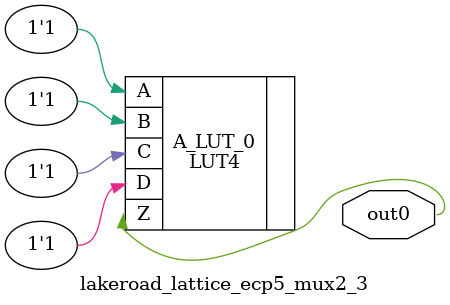
<source format=v>

/* Generated by Yosys 0.19 (git sha1 a45c131b37c, clang 13.1.6 -fPIC -Os) */

module lakeroad_lattice_ecp5_mux2_3(out0);
  wire _0_;
  wire _1_;
  wire _2_;
  wire _3_;
  wire _4_;
  wire _5_;
  wire _6_;
  output out0;
  wire out0;
  LUT4 #(
    .INIT(16'h8000)
  ) A_LUT_0 (
    .A(1'h1),
    .B(1'h1),
    .C(1'h1),
    .D(1'h1),
    .Z(out0)
  );
  LUT4 #(
    .INIT(16'h0000)
  ) B_LUT_1 (
    .A(1'h1),
    .B(1'h1),
    .C(1'h1),
    .D(1'h1),
    .Z(_6_)
  );
  LUT4 #(
    .INIT(16'h0000)
  ) C_LUT_2 (
    .A(1'h1),
    .B(1'h1),
    .C(1'h1),
    .D(1'h1),
    .Z(_5_)
  );
  LUT4 #(
    .INIT(16'h0000)
  ) D_LUT_3 (
    .A(1'h1),
    .B(1'h1),
    .C(1'h1),
    .D(1'h1),
    .Z(_4_)
  );
  LUT4 #(
    .INIT(16'h0000)
  ) E_LUT_4 (
    .A(1'h1),
    .B(1'h1),
    .C(1'h1),
    .D(1'h1),
    .Z(_3_)
  );
  LUT4 #(
    .INIT(16'h0000)
  ) F_LUT_5 (
    .A(1'h1),
    .B(1'h1),
    .C(1'h1),
    .D(1'h1),
    .Z(_2_)
  );
  LUT4 #(
    .INIT(16'h0000)
  ) G_LUT_6 (
    .A(1'h1),
    .B(1'h1),
    .C(1'h1),
    .D(1'h1),
    .Z(_1_)
  );
  LUT4 #(
    .INIT(16'h0000)
  ) H_LUT_7 (
    .A(1'h1),
    .B(1'h1),
    .C(1'h1),
    .D(1'h1),
    .Z(_0_)
  );
endmodule


</source>
